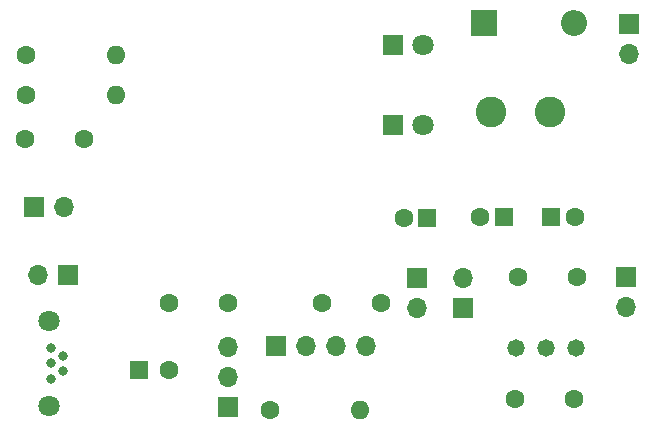
<source format=gbr>
%TF.GenerationSoftware,KiCad,Pcbnew,6.0.7-f9a2dced07~116~ubuntu20.04.1*%
%TF.CreationDate,2023-08-22T11:38:00+02:00*%
%TF.ProjectId,BlueBox,426c7565-426f-4782-9e6b-696361645f70,rev?*%
%TF.SameCoordinates,Original*%
%TF.FileFunction,Soldermask,Bot*%
%TF.FilePolarity,Negative*%
%FSLAX46Y46*%
G04 Gerber Fmt 4.6, Leading zero omitted, Abs format (unit mm)*
G04 Created by KiCad (PCBNEW 6.0.7-f9a2dced07~116~ubuntu20.04.1) date 2023-08-22 11:38:00*
%MOMM*%
%LPD*%
G01*
G04 APERTURE LIST*
%ADD10R,1.700000X1.700000*%
%ADD11O,1.700000X1.700000*%
%ADD12C,0.800000*%
%ADD13C,1.803150*%
%ADD14C,1.478000*%
%ADD15C,1.600000*%
%ADD16O,1.600000X1.600000*%
%ADD17C,2.600000*%
%ADD18R,1.800000X1.800000*%
%ADD19C,1.800000*%
%ADD20R,2.200000X2.200000*%
%ADD21O,2.200000X2.200000*%
%ADD22R,1.600000X1.600000*%
G04 APERTURE END LIST*
D10*
%TO.C,J8*%
X111125000Y-103400000D03*
D11*
X111125000Y-105940000D03*
%TD*%
D12*
%TO.C,11*%
X62430000Y-112000000D03*
X63430000Y-111350000D03*
X62430000Y-110700000D03*
X63430000Y-110050000D03*
X62430000Y-109400000D03*
D13*
X62320000Y-114275000D03*
X62320000Y-107125000D03*
%TD*%
D14*
%TO.C,U1*%
X101815500Y-109425000D03*
X104355500Y-109425000D03*
X106895500Y-109425000D03*
%TD*%
D15*
%TO.C,R3*%
X80965000Y-114675000D03*
D16*
X88585000Y-114675000D03*
%TD*%
D15*
%TO.C,R2*%
X60325000Y-84575000D03*
D16*
X67945000Y-84575000D03*
%TD*%
D15*
%TO.C,R1*%
X60325000Y-87975000D03*
D16*
X67945000Y-87975000D03*
%TD*%
D17*
%TO.C,L1*%
X104675000Y-89425000D03*
X99675000Y-89425000D03*
%TD*%
D11*
%TO.C,J7*%
X89095000Y-109250000D03*
X86555000Y-109250000D03*
X84015000Y-109250000D03*
D10*
X81475000Y-109250000D03*
%TD*%
%TO.C,J6*%
X77425000Y-114425000D03*
D11*
X77425000Y-111885000D03*
X77425000Y-109345000D03*
%TD*%
D10*
%TO.C,J5*%
X93475000Y-103500000D03*
D11*
X93475000Y-106040000D03*
%TD*%
D10*
%TO.C,J4*%
X63925000Y-103225000D03*
D11*
X61385000Y-103225000D03*
%TD*%
D10*
%TO.C,J3*%
X97350000Y-106000000D03*
D11*
X97350000Y-103460000D03*
%TD*%
D10*
%TO.C,J2*%
X111400000Y-82000000D03*
D11*
X111400000Y-84540000D03*
%TD*%
D10*
%TO.C,J1*%
X61050000Y-97450000D03*
D11*
X63590000Y-97450000D03*
%TD*%
D18*
%TO.C,D3*%
X91400000Y-83725000D03*
D19*
X93940000Y-83725000D03*
%TD*%
D18*
%TO.C,D2*%
X91425000Y-90500000D03*
D19*
X93965000Y-90500000D03*
%TD*%
D20*
%TO.C,D1*%
X99140000Y-81900000D03*
D21*
X106760000Y-81900000D03*
%TD*%
D22*
%TO.C,C9*%
X100805113Y-98350000D03*
D15*
X98805113Y-98350000D03*
%TD*%
D22*
%TO.C,C8*%
X94305113Y-98375000D03*
D15*
X92305113Y-98375000D03*
%TD*%
D22*
%TO.C,C7*%
X69913606Y-111250000D03*
D15*
X72413606Y-111250000D03*
%TD*%
%TO.C,C6*%
X101750000Y-113725000D03*
X106750000Y-113725000D03*
%TD*%
%TO.C,C5*%
X85350000Y-105625000D03*
X90350000Y-105625000D03*
%TD*%
%TO.C,C4*%
X101950000Y-103425000D03*
X106950000Y-103425000D03*
%TD*%
%TO.C,C3*%
X77425000Y-105625000D03*
X72425000Y-105625000D03*
%TD*%
%TO.C,C2*%
X60250000Y-91675000D03*
X65250000Y-91675000D03*
%TD*%
D22*
%TO.C,C1*%
X104794888Y-98275000D03*
D15*
X106794888Y-98275000D03*
%TD*%
M02*

</source>
